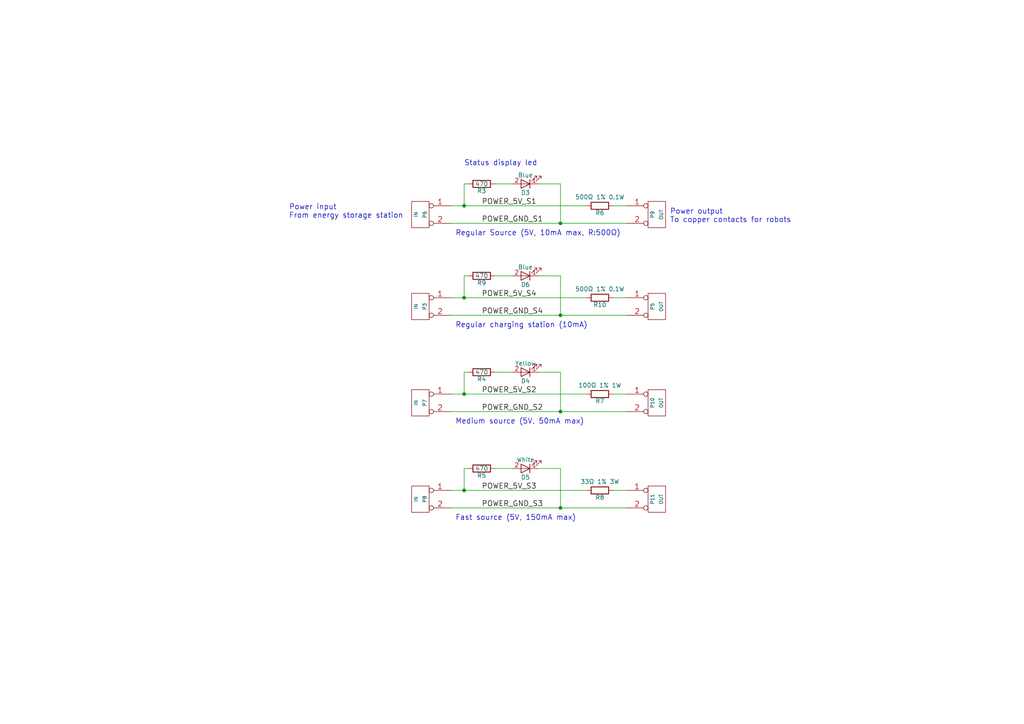
<source format=kicad_sch>
(kicad_sch (version 20211123) (generator eeschema)
  (paper "A4")
  (lib_symbols
    (symbol "myrt-rescue:CONN_2" (pin_names (offset 1.016) hide)
      (property "Reference" "P" (at -1.27 0 90))
      (property "Value" "CONN_2" (at 1.27 0 90))
      (symbol "CONN_2_0_1"
        (rectangle (start -2.54 3.81) (end 2.54 -3.81))
      )
      (symbol "CONN_2_1_1"
        (pin passive inverted (at -8.89 2.54 0) (length 6.35) (name "P1") (number "1"))
        (pin passive inverted (at -8.89 -2.54 0) (length 6.35) (name "P2") (number "2"))
      )
    )
    (symbol "myrt-rescue:LED-RESCUE-myrt" (pin_names (offset 1.016) hide)
      (property "Reference" "D" (at 0 2.54 0))
      (property "Value" "LED-RESCUE-myrt" (at 0 -2.54 0))
      (symbol "LED-RESCUE-myrt_0_1"
        (polyline (pts (xy -1.27 -1.27) (xy -1.27 1.27)) (stroke (width 0.2032)))
        (polyline (pts (xy -1.27 0) (xy 1.27 0)))
        (polyline (pts (xy 1.27 -1.27) (xy 1.27 1.27) (xy -1.27 0) (xy 1.27 -1.27)) (stroke (width 0.2032)))
        (polyline (pts (xy -3.048 -0.762) (xy -4.572 -2.286) (xy -3.81 -2.286) (xy -4.572 -2.286) (xy -4.572 -1.524)))
        (polyline (pts (xy -1.778 -0.762) (xy -3.302 -2.286) (xy -2.54 -2.286) (xy -3.302 -2.286) (xy -3.302 -1.524)))
      )
      (symbol "LED-RESCUE-myrt_1_1"
        (pin passive line (at -3.81 0 0) (length 2.54) (name "K") (number "1"))
        (pin passive line (at 3.81 0 180) (length 2.54) (name "A") (number "2"))
      )
    )
    (symbol "myrt-rescue:R" (pin_numbers hide) (pin_names (offset 0))
      (property "Reference" "R" (at 2.032 0 90))
      (property "Value" "R" (at 0 0 90))
      (symbol "R_0_1"
        (rectangle (start -1.016 -2.54) (end 1.016 2.54) (stroke (width 0.254)))
      )
      (symbol "R_1_1"
        (pin passive line (at 0 3.81 270) (length 1.27) (name "~") (number "1"))
        (pin passive line (at 0 -3.81 90) (length 1.27) (name "~") (number "2"))
      )
    )
  )
  (junction (at 134.62 142.24))
  (junction (at 134.62 86.36))
  (junction (at 162.56 64.77))
  (junction (at 162.56 119.38))
  (junction (at 162.56 147.32))
  (junction (at 134.62 114.3))
  (junction (at 134.62 59.69))
  (junction (at 162.56 91.44))
  (wire (pts (xy 130.81 59.69) (xy 134.62 59.69)))
  (wire (pts (xy 134.62 107.95) (xy 134.62 114.3)))
  (wire (pts (xy 130.81 114.3) (xy 134.62 114.3)))
  (wire (pts (xy 181.61 59.69) (xy 177.8 59.69)))
  (wire (pts (xy 130.81 91.44) (xy 162.56 91.44)))
  (wire (pts (xy 143.51 80.01) (xy 148.59 80.01)))
  (wire (pts (xy 162.56 64.77) (xy 181.61 64.77)))
  (wire (pts (xy 156.21 135.89) (xy 162.56 135.89)))
  (wire (pts (xy 134.62 59.69) (xy 170.18 59.69)))
  (wire (pts (xy 130.81 119.38) (xy 162.56 119.38)))
  (wire (pts (xy 162.56 147.32) (xy 181.61 147.32)))
  (wire (pts (xy 162.56 119.38) (xy 181.61 119.38)))
  (wire (pts (xy 156.21 107.95) (xy 162.56 107.95)))
  (wire (pts (xy 162.56 135.89) (xy 162.56 147.32)))
  (wire (pts (xy 134.62 135.89) (xy 134.62 142.24)))
  (wire (pts (xy 181.61 114.3) (xy 177.8 114.3)))
  (wire (pts (xy 135.89 107.95) (xy 134.62 107.95)))
  (wire (pts (xy 134.62 80.01) (xy 134.62 86.36)))
  (wire (pts (xy 134.62 86.36) (xy 170.18 86.36)))
  (wire (pts (xy 134.62 53.34) (xy 134.62 59.69)))
  (wire (pts (xy 162.56 107.95) (xy 162.56 119.38)))
  (wire (pts (xy 162.56 80.01) (xy 162.56 91.44)))
  (wire (pts (xy 134.62 114.3) (xy 170.18 114.3)))
  (wire (pts (xy 135.89 80.01) (xy 134.62 80.01)))
  (wire (pts (xy 143.51 53.34) (xy 148.59 53.34)))
  (wire (pts (xy 156.21 80.01) (xy 162.56 80.01)))
  (wire (pts (xy 162.56 53.34) (xy 162.56 64.77)))
  (wire (pts (xy 130.81 142.24) (xy 134.62 142.24)))
  (wire (pts (xy 130.81 147.32) (xy 162.56 147.32)))
  (wire (pts (xy 156.21 53.34) (xy 162.56 53.34)))
  (wire (pts (xy 143.51 135.89) (xy 148.59 135.89)))
  (wire (pts (xy 130.81 64.77) (xy 162.56 64.77)))
  (wire (pts (xy 181.61 142.24) (xy 177.8 142.24)))
  (wire (pts (xy 181.61 86.36) (xy 177.8 86.36)))
  (wire (pts (xy 135.89 53.34) (xy 134.62 53.34)))
  (wire (pts (xy 135.89 135.89) (xy 134.62 135.89)))
  (wire (pts (xy 143.51 107.95) (xy 148.59 107.95)))
  (wire (pts (xy 134.62 142.24) (xy 170.18 142.24)))
  (wire (pts (xy 162.56 91.44) (xy 181.61 91.44)))
  (wire (pts (xy 130.81 86.36) (xy 134.62 86.36)))
  (text "Medium source (5V, 50mA max)" (at 132.08 123.19 0) (effects (font (size 1.524 1.524)) (justify left bottom)))
  (text "Regular Source (5V, 10mA max, R:500Ω)" (at 132.08 68.58 0) (effects (font (size 1.524 1.524)) (justify left bottom)))
  (text "Status display led" (at 134.62 48.26 0) (effects (font (size 1.524 1.524)) (justify left bottom)))
  (text "Power output\nTo copper contacts for robots" (at 194.31 64.77 0) (effects (font (size 1.524 1.524)) (justify left bottom)))
  (text "Regular charging station (10mA)" (at 132.08 95.25 0) (effects (font (size 1.524 1.524)) (justify left bottom)))
  (text "Power input\nFrom energy storage station" (at 83.82 63.5 0) (effects (font (size 1.524 1.524)) (justify left bottom)))
  (text "Fast source (5V, 150mA max)" (at 132.08 151.13 0) (effects (font (size 1.524 1.524)) (justify left bottom)))
  (label "POWER_5V_S4" (at 139.7 86.36 0) (effects (font (size 1.524 1.524))))
  (label "POWER_5V_S2" (at 139.7 114.3 0) (effects (font (size 1.524 1.524))))
  (label "POWER_GND_S2" (at 139.7 119.38 0) (effects (font (size 1.524 1.524))))
  (label "POWER_GND_S3" (at 139.7 147.32 0) (effects (font (size 1.524 1.524))))
  (label "POWER_GND_S1" (at 139.7 64.77 0) (effects (font (size 1.524 1.524))))
  (label "POWER_5V_S1" (at 139.7 59.69 0) (effects (font (size 1.524 1.524))))
  (label "POWER_GND_S4" (at 139.7 91.44 0) (effects (font (size 1.524 1.524))))
  (label "POWER_5V_S3" (at 139.7 142.24 0) (effects (font (size 1.524 1.524))))
  (symbol (lib_id "myrt-rescue:CONN_2") (at 121.92 116.84 0) (mirror y) (unit 1)
    (property "Reference" "P7" (at 123.19 116.84 90) (effects (font (size 1.016 1.016))))
    (property "Value" "IN" (at 120.65 116.84 90) (effects (font (size 1.016 1.016))))
    (property "Footprint" "Connector_Phoenix_MC:PhoenixContact_MCV_1,5_2-G-3.5_1x02_P3.50mm_Vertical" (effects hide))
    (property "Vendor" "Farnell" (effects hide))
    (property "Manufacturer" "Phoenix Contact" (effects hide))
    (property "Order Code" "3704816" (effects hide))
    (property "Price" "0,694 €" (effects hide))
    (property "Product Code" "1843606" (effects hide))
    (property "Vendor URL" "https://fr.farnell.com/phoenix-contact/1843606/embase-male-verticalee-ci-2v-3/dp/3704816" (effects hide))
  )
  (symbol (lib_id "myrt-rescue:LED-RESCUE-myrt") (at 152.4 107.95 180) (unit 1)
    (property "Reference" "D4" (at 152.4 110.49 0))
    (property "Value" "Yellow" (at 152.4 105.41 0))
    (property "Footprint" "LED_THT:LED_D5.0mm" (effects hide))
    (property "Manufacturer" "Generic" (effects hide))
    (property "Vendor" "Stock" (effects hide))
  )
  (symbol (lib_id "myrt-rescue:CONN_2") (at 190.5 116.84 0) (unit 1)
    (property "Reference" "P10" (at 189.23 116.84 90) (effects (font (size 1.016 1.016))))
    (property "Value" "OUT" (at 191.77 116.84 90) (effects (font (size 1.016 1.016))))
    (property "Footprint" "Connector_PinSocket_2.54mm:PinSocket_1x02_P2.54mm_Vertical" (effects hide))
    (property "Vendor" "Stock" (effects hide))
  )
  (symbol (lib_id "myrt-rescue:R") (at 173.99 114.3 270) (unit 1)
    (property "Reference" "R7" (at 173.99 116.332 90))
    (property "Value" "100Ω 1% 1W" (at 173.99 111.76 90))
    (property "Footprint" "Resistor_THT:R_Axial_DIN0516_L15.5mm_D5.0mm_P25.40mm_Horizontal" (effects hide))
    (property "Manufacturer" "Vishay" (effects hide))
    (property "Order Code" "2419015" (effects hide))
    (property "Price" "1.42€" (effects hide))
    (property "Product Code" "CMF70100R00FKEB" (effects hide))
    (property "Vendor" "Farnell" (effects hide))
    (property "Vendor URL" "https://fr.farnell.com/vishay/cmf70100r00fkeb/resistance-couche-metal-100r-1w/dp/2419015" (effects hide))
  )
  (symbol (lib_id "myrt-rescue:R") (at 139.7 107.95 270) (unit 1)
    (property "Reference" "R4" (at 139.7 109.982 90))
    (property "Value" "470" (at 139.7 107.95 90))
    (property "Footprint" "Resistor_THT:R_Axial_DIN0207_L6.3mm_D2.5mm_P10.16mm_Horizontal" (effects hide))
    (property "Manufacturer" "Generic" (effects hide))
    (property "Vendor" "Stock" (effects hide))
  )
  (symbol (lib_id "myrt-rescue:CONN_2") (at 121.92 62.23 0) (mirror y) (unit 1)
    (property "Reference" "P6" (at 123.19 62.23 90) (effects (font (size 1.016 1.016))))
    (property "Value" "IN" (at 120.65 62.23 90) (effects (font (size 1.016 1.016))))
    (property "Footprint" "Connector_Phoenix_MC:PhoenixContact_MCV_1,5_2-G-3.5_1x02_P3.50mm_Vertical" (effects hide))
    (property "Vendor" "Farnell" (effects hide))
    (property "Manufacturer" "Phoenix Contact" (effects hide))
    (property "Order Code" "3704816" (effects hide))
    (property "Price" "0,694 €" (effects hide))
    (property "Product Code" "1843606" (effects hide))
    (property "Vendor URL" "https://fr.farnell.com/phoenix-contact/1843606/embase-male-verticalee-ci-2v-3/dp/3704816" (effects hide))
  )
  (symbol (lib_id "myrt-rescue:LED-RESCUE-myrt") (at 152.4 53.34 180) (unit 1)
    (property "Reference" "D3" (at 152.4 55.88 0))
    (property "Value" "Blue" (at 152.4 50.8 0))
    (property "Footprint" "LED_THT:LED_D5.0mm" (effects hide))
    (property "Manufacturer" "Generic" (effects hide))
    (property "Vendor" "Stock" (effects hide))
  )
  (symbol (lib_id "myrt-rescue:CONN_2") (at 190.5 62.23 0) (unit 1)
    (property "Reference" "P9" (at 189.23 62.23 90) (effects (font (size 1.016 1.016))))
    (property "Value" "OUT" (at 191.77 62.23 90) (effects (font (size 1.016 1.016))))
    (property "Footprint" "Connector_PinSocket_2.54mm:PinSocket_1x02_P2.54mm_Vertical" (effects hide))
    (property "Vendor" "Stock" (effects hide))
  )
  (symbol (lib_id "myrt-rescue:R") (at 173.99 59.69 270) (unit 1)
    (property "Reference" "R6" (at 173.99 61.722 90))
    (property "Value" "500Ω 1% 0.1W" (at 173.99 57.15 90))
    (property "Footprint" "Resistor_THT:R_Axial_DIN0207_L6.3mm_D2.5mm_P15.24mm_Horizontal" (effects hide))
    (property "Manufacturer" "Multicomp" (effects hide))
    (property "Order Code" "2396013" (effects hide))
    (property "Price" "0,695€" (effects hide))
    (property "Product Code" "MCMFR0W4BB5000A50" (effects hide))
    (property "Vendor" "Farnell" (effects hide))
    (property "Vendor URL" "https://fr.farnell.com/multicomp/mcmfr0w4bb5000a50/resistance-couche-metal-500r-axial/dp/2396013" (effects hide))
  )
  (symbol (lib_id "myrt-rescue:R") (at 139.7 53.34 270) (unit 1)
    (property "Reference" "R3" (at 139.7 55.372 90))
    (property "Value" "470" (at 139.7 53.34 90))
    (property "Footprint" "Resistor_THT:R_Axial_DIN0207_L6.3mm_D2.5mm_P10.16mm_Horizontal" (effects hide))
    (property "Manufacturer" "Generic" (effects hide))
    (property "Vendor" "Stock" (effects hide))
  )
  (symbol (lib_id "myrt-rescue:CONN_2") (at 121.92 144.78 0) (mirror y) (unit 1)
    (property "Reference" "P8" (at 123.19 144.78 90) (effects (font (size 1.016 1.016))))
    (property "Value" "IN" (at 120.65 144.78 90) (effects (font (size 1.016 1.016))))
    (property "Footprint" "Connector_Phoenix_MC:PhoenixContact_MCV_1,5_2-G-3.5_1x02_P3.50mm_Vertical" (effects hide))
    (property "Vendor" "Farnell" (effects hide))
    (property "Manufacturer" "Phoenix Contact" (effects hide))
    (property "Order Code" "3704816" (effects hide))
    (property "Price" "0,694 €" (effects hide))
    (property "Product Code" "1843606" (effects hide))
    (property "Vendor URL" "https://fr.farnell.com/phoenix-contact/1843606/embase-male-verticalee-ci-2v-3/dp/3704816" (effects hide))
  )
  (symbol (lib_id "myrt-rescue:LED-RESCUE-myrt") (at 152.4 135.89 180) (unit 1)
    (property "Reference" "D5" (at 152.4 138.43 0))
    (property "Value" "White" (at 152.4 133.35 0))
    (property "Footprint" "LED_THT:LED_D5.0mm" (effects hide))
    (property "Manufacturer" "Generic" (effects hide))
    (property "Vendor" "Stock" (effects hide))
  )
  (symbol (lib_id "myrt-rescue:CONN_2") (at 190.5 144.78 0) (unit 1)
    (property "Reference" "P11" (at 189.23 144.78 90) (effects (font (size 1.016 1.016))))
    (property "Value" "OUT" (at 191.77 144.78 90) (effects (font (size 1.016 1.016))))
    (property "Footprint" "Connector_PinSocket_2.54mm:PinSocket_1x02_P2.54mm_Vertical" (effects hide))
    (property "Vendor" "Stock" (effects hide))
  )
  (symbol (lib_id "myrt-rescue:R") (at 173.99 142.24 270) (unit 1)
    (property "Reference" "R8" (at 173.99 144.272 90))
    (property "Value" "33Ω 1% 3W" (at 173.99 139.7 90))
    (property "Footprint" "Resistor_THT:R_Axial_DIN0614_L14.3mm_D5.7mm_P25.40mm_Horizontal" (effects hide))
    (property "Manufacturer" "Ohmite" (effects hide))
    (property "Order Code" "2448938" (effects hide))
    (property "Price" "2.16€" (effects hide))
    (property "Product Code" "43F33RE" (effects hide))
    (property "Vendor" "Farnell" (effects hide))
    (property "Vendor URL" "https://fr.farnell.com/ohmite/43f33re/resis-3w-33-ohm-1-silicon-ww-axl/dp/2448938" (effects hide))
  )
  (symbol (lib_id "myrt-rescue:R") (at 139.7 135.89 270) (unit 1)
    (property "Reference" "R5" (at 139.7 137.922 90))
    (property "Value" "470" (at 139.7 135.89 90))
    (property "Footprint" "Resistor_THT:R_Axial_DIN0207_L6.3mm_D2.5mm_P10.16mm_Horizontal" (effects hide))
    (property "Manufacturer" "Generic" (effects hide))
    (property "Vendor" "Stock" (effects hide))
  )
  (symbol (lib_id "myrt-rescue:CONN_2") (at 121.92 88.9 0) (mirror y) (unit 1)
    (property "Reference" "P3" (at 123.19 88.9 90) (effects (font (size 1.016 1.016))))
    (property "Value" "IN" (at 120.65 88.9 90) (effects (font (size 1.016 1.016))))
    (property "Footprint" "Connector_Phoenix_MC:PhoenixContact_MCV_1,5_2-G-3.5_1x02_P3.50mm_Vertical" (effects hide))
    (property "Vendor" "Farnell" (effects hide))
    (property "Manufacturer" "Phoenix Contact" (effects hide))
    (property "Order Code" "3704816" (effects hide))
    (property "Price" "0,694 €" (effects hide))
    (property "Product Code" "1843606" (effects hide))
    (property "Vendor URL" "https://fr.farnell.com/phoenix-contact/1843606/embase-male-verticalee-ci-2v-3/dp/3704816" (effects hide))
  )
  (symbol (lib_id "myrt-rescue:LED-RESCUE-myrt") (at 152.4 80.01 180) (unit 1)
    (property "Reference" "D6" (at 152.4 82.55 0))
    (property "Value" "Blue" (at 152.4 77.47 0))
    (property "Footprint" "LED_THT:LED_D5.0mm" (effects hide))
    (property "Manufacturer" "Generic" (effects hide))
    (property "Vendor" "Stock" (effects hide))
  )
  (symbol (lib_id "myrt-rescue:CONN_2") (at 190.5 88.9 0) (unit 1)
    (property "Reference" "P5" (at 189.23 88.9 90) (effects (font (size 1.016 1.016))))
    (property "Value" "OUT" (at 191.77 88.9 90) (effects (font (size 1.016 1.016))))
    (property "Footprint" "Connector_PinSocket_2.54mm:PinSocket_1x02_P2.54mm_Vertical" (effects hide))
    (property "Vendor" "Stock" (effects hide))
  )
  (symbol (lib_id "myrt-rescue:R") (at 173.99 86.36 270) (unit 1)
    (property "Reference" "R10" (at 173.99 88.392 90))
    (property "Value" "500Ω 1% 0.1W" (at 173.99 83.82 90))
    (property "Footprint" "Resistor_THT:R_Axial_DIN0207_L6.3mm_D2.5mm_P15.24mm_Horizontal" (effects hide))
    (property "Manufacturer" "Multicomp" (effects hide))
    (property "Order Code" "2396013" (effects hide))
    (property "Price" "0,695€" (effects hide))
    (property "Product Code" "MCMFR0W4BB5000A50" (effects hide))
    (property "Vendor" "Farnell" (effects hide))
    (property "Vendor URL" "https://fr.farnell.com/multicomp/mcmfr0w4bb5000a50/resistance-couche-metal-500r-axial/dp/2396013" (effects hide))
  )
  (symbol (lib_id "myrt-rescue:R") (at 139.7 80.01 270) (unit 1)
    (property "Reference" "R9" (at 139.7 82.042 90))
    (property "Value" "470" (at 139.7 80.01 90))
    (property "Footprint" "Resistor_THT:R_Axial_DIN0207_L6.3mm_D2.5mm_P10.16mm_Horizontal" (effects hide))
    (property "Manufacturer" "Generic" (effects hide))
    (property "Vendor" "Stock" (effects hide))
  )
)
</source>
